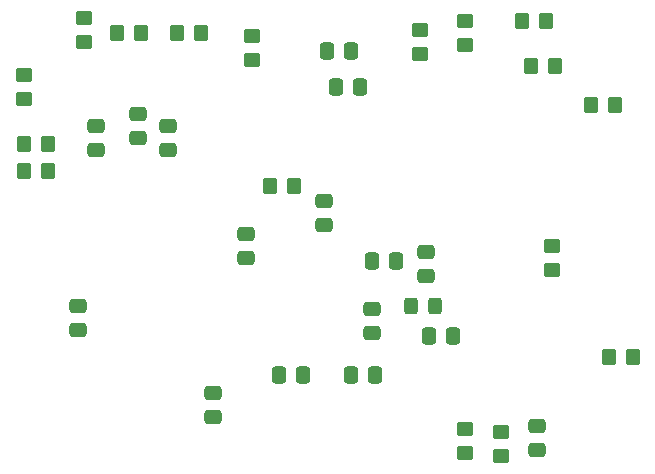
<source format=gbp>
%TF.GenerationSoftware,KiCad,Pcbnew,(6.0.1)*%
%TF.CreationDate,2023-10-20T16:16:52-04:00*%
%TF.ProjectId,MainMicro,4d61696e-4d69-4637-926f-2e6b69636164,rev?*%
%TF.SameCoordinates,Original*%
%TF.FileFunction,Paste,Bot*%
%TF.FilePolarity,Positive*%
%FSLAX46Y46*%
G04 Gerber Fmt 4.6, Leading zero omitted, Abs format (unit mm)*
G04 Created by KiCad (PCBNEW (6.0.1)) date 2023-10-20 16:16:52*
%MOMM*%
%LPD*%
G01*
G04 APERTURE LIST*
G04 Aperture macros list*
%AMRoundRect*
0 Rectangle with rounded corners*
0 $1 Rounding radius*
0 $2 $3 $4 $5 $6 $7 $8 $9 X,Y pos of 4 corners*
0 Add a 4 corners polygon primitive as box body*
4,1,4,$2,$3,$4,$5,$6,$7,$8,$9,$2,$3,0*
0 Add four circle primitives for the rounded corners*
1,1,$1+$1,$2,$3*
1,1,$1+$1,$4,$5*
1,1,$1+$1,$6,$7*
1,1,$1+$1,$8,$9*
0 Add four rect primitives between the rounded corners*
20,1,$1+$1,$2,$3,$4,$5,0*
20,1,$1+$1,$4,$5,$6,$7,0*
20,1,$1+$1,$6,$7,$8,$9,0*
20,1,$1+$1,$8,$9,$2,$3,0*%
G04 Aperture macros list end*
%ADD10RoundRect,0.250000X-0.350000X-0.450000X0.350000X-0.450000X0.350000X0.450000X-0.350000X0.450000X0*%
%ADD11RoundRect,0.250000X-0.450000X0.350000X-0.450000X-0.350000X0.450000X-0.350000X0.450000X0.350000X0*%
%ADD12RoundRect,0.250000X-0.325000X-0.450000X0.325000X-0.450000X0.325000X0.450000X-0.325000X0.450000X0*%
%ADD13RoundRect,0.250000X0.450000X-0.350000X0.450000X0.350000X-0.450000X0.350000X-0.450000X-0.350000X0*%
%ADD14RoundRect,0.250000X0.337500X0.475000X-0.337500X0.475000X-0.337500X-0.475000X0.337500X-0.475000X0*%
%ADD15RoundRect,0.250000X0.475000X-0.337500X0.475000X0.337500X-0.475000X0.337500X-0.475000X-0.337500X0*%
%ADD16RoundRect,0.250000X-0.475000X0.337500X-0.475000X-0.337500X0.475000X-0.337500X0.475000X0.337500X0*%
%ADD17RoundRect,0.250000X0.350000X0.450000X-0.350000X0.450000X-0.350000X-0.450000X0.350000X-0.450000X0*%
%ADD18RoundRect,0.250000X-0.337500X-0.475000X0.337500X-0.475000X0.337500X0.475000X-0.337500X0.475000X0*%
G04 APERTURE END LIST*
D10*
X203724000Y-101092000D03*
X205724000Y-101092000D03*
D11*
X173482000Y-73930000D03*
X173482000Y-75930000D03*
D12*
X186935000Y-96774000D03*
X188985000Y-96774000D03*
D13*
X154178000Y-79232000D03*
X154178000Y-77232000D03*
D14*
X190543000Y-99314000D03*
X188468000Y-99314000D03*
D15*
X166370000Y-83587500D03*
X166370000Y-81512500D03*
X170180000Y-106193500D03*
X170180000Y-104118500D03*
D13*
X159258000Y-74406000D03*
X159258000Y-72406000D03*
D15*
X179578000Y-89937500D03*
X179578000Y-87862500D03*
D11*
X194564000Y-107458000D03*
X194564000Y-109458000D03*
D13*
X198882000Y-93710000D03*
X198882000Y-91710000D03*
D10*
X175022000Y-86614000D03*
X177022000Y-86614000D03*
D16*
X163830000Y-80496500D03*
X163830000Y-82571500D03*
X158750000Y-96752500D03*
X158750000Y-98827500D03*
D11*
X191516000Y-107204000D03*
X191516000Y-109204000D03*
D15*
X183663500Y-99081500D03*
X183663500Y-97006500D03*
X172974000Y-92731500D03*
X172974000Y-90656500D03*
D17*
X198358000Y-72644000D03*
X196358000Y-72644000D03*
D16*
X188235500Y-92180500D03*
X188235500Y-94255500D03*
D18*
X179810500Y-75184000D03*
X181885500Y-75184000D03*
D10*
X202200000Y-79756000D03*
X204200000Y-79756000D03*
X167148000Y-73660000D03*
X169148000Y-73660000D03*
D18*
X183642000Y-92964000D03*
X185717000Y-92964000D03*
D17*
X156194000Y-83058000D03*
X154194000Y-83058000D03*
X156194000Y-85344000D03*
X154194000Y-85344000D03*
D14*
X177821500Y-102616000D03*
X175746500Y-102616000D03*
X183939000Y-102616000D03*
X181864000Y-102616000D03*
D11*
X187706000Y-73422000D03*
X187706000Y-75422000D03*
D16*
X160274000Y-81512500D03*
X160274000Y-83587500D03*
D11*
X191516000Y-72660000D03*
X191516000Y-74660000D03*
D10*
X162068000Y-73660000D03*
X164068000Y-73660000D03*
D15*
X197612000Y-108987500D03*
X197612000Y-106912500D03*
D10*
X197120000Y-76454000D03*
X199120000Y-76454000D03*
D14*
X182647500Y-78232000D03*
X180572500Y-78232000D03*
M02*

</source>
